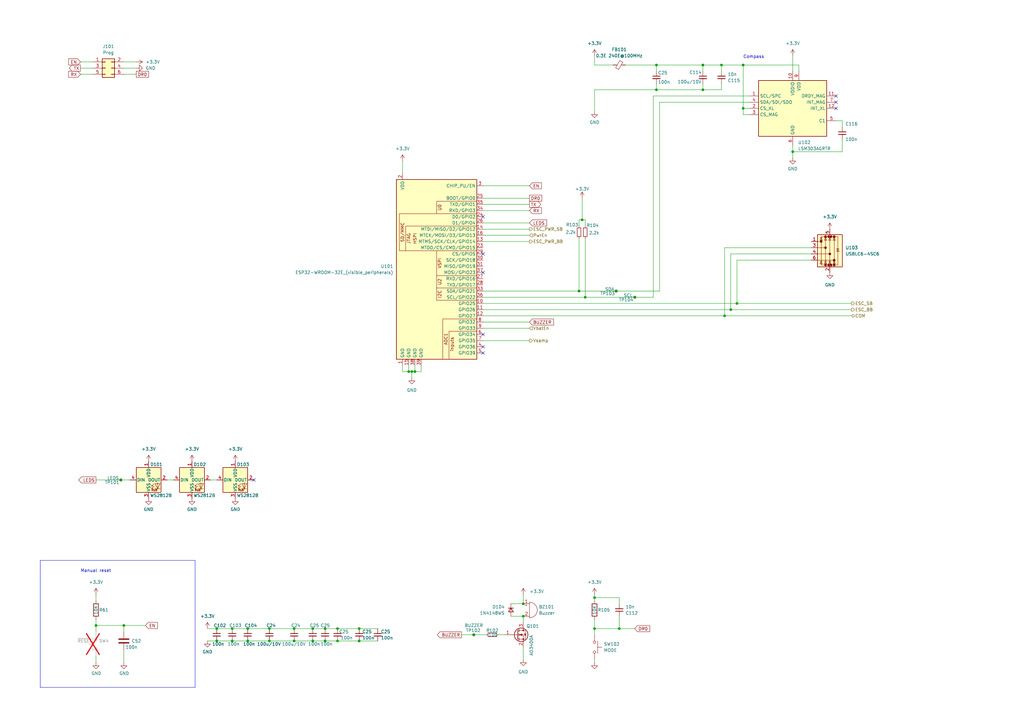
<source format=kicad_sch>
(kicad_sch (version 20241209) (generator "eeschema") (generator_version "9.0")
  (paper "A3")
  (lib_symbols
    (symbol "Airsupplies:ESP32-WROOM-32E_(visible_peripherals)"
      (property "Reference" "U" (at -12.7 40.64 0))
      (property "Value" "ESP32-WROOM-32E_(visible_peripherals)" (at -12.7 38.1 0))
      (symbol "ESP32-WROOM-32E_(visible_peripherals)_0_0"
        (text "SD/MMC" (at -13.97 15.24 900) (effects (font (size 1.27 1.27))))
        (text "inputs" (at 6.35 -33.655 900) (effects (font (size 1.27 1.27)) (justify left)))
        (pin no_connect line (at -19.05 3.81 0) (length 2.54) (hide yes) (name "NC") (number "17"))
        (pin no_connect line (at -19.05 1.27 0) (length 2.54) (hide yes) (name "NC") (number "18"))
        (pin no_connect line (at -19.05 -1.27 0) (length 2.54) (hide yes) (name "NC") (number "19"))
        (pin no_connect line (at -19.05 -3.81 0) (length 2.54) (hide yes) (name "NC") (number "20"))
        (pin no_connect line (at -19.05 -6.35 0) (length 2.54) (hide yes) (name "NC") (number "21"))
        (pin no_connect line (at -19.05 -8.89 0) (length 2.54) (hide yes) (name "NC") (number "22"))
        (pin power_in line (at -13.97 39.37 270) (length 2.54) (name "VDD") (number "2"))
        (pin power_in line (at -13.97 -39.37 90) (length 2.54) (name "GND") (number "1"))
        (pin input line (at 19.05 34.29 180) (length 2.54) (name "CHIP_PU/EN") (number "3"))
        (pin bidirectional line (at 19.05 29.21 180) (length 2.54) (name "BOOT/GPIO0") (number "25"))
        (pin bidirectional line (at 19.05 26.67 180) (length 2.54) (name "TXD/GPIO1") (number "35"))
        (pin bidirectional line (at 19.05 24.13 180) (length 2.54) (name "RXD/GPIO3") (number "34"))
        (pin bidirectional line (at 19.05 21.59 180) (length 2.54) (name "D0/GPIO2") (number "24"))
        (pin bidirectional line (at 19.05 19.05 180) (length 2.54) (name "D1/GPIO4") (number "26"))
        (pin bidirectional line (at 19.05 16.51 180) (length 2.54) (name "MTDI/MISO/D2/GPIO12") (number "14"))
        (pin bidirectional line (at 19.05 13.97 180) (length 2.54) (name "MTCK/MOSI/D3/GPIO13") (number "16"))
        (pin bidirectional line (at 19.05 11.43 180) (length 2.54) (name "MTMS/SCK/CLK/GPIO14") (number "13"))
        (pin bidirectional line (at 19.05 8.89 180) (length 2.54) (name "MTDO/CS/CMD/GPIO15") (number "23"))
        (pin bidirectional line (at 19.05 6.35 180) (length 2.54) (name "CS/GPIO5") (number "29"))
        (pin bidirectional line (at 19.05 3.81 180) (length 2.54) (name "SCK/GPIO18") (number "30"))
        (pin bidirectional line (at 19.05 1.27 180) (length 2.54) (name "MISO/GPIO19") (number "31"))
        (pin bidirectional line (at 19.05 -1.27 180) (length 2.54) (name "MOSI/GPIO23") (number "37"))
        (pin bidirectional line (at 19.05 -3.81 180) (length 2.54) (name "RXD/GPIO16") (number "27"))
        (pin bidirectional line (at 19.05 -6.35 180) (length 2.54) (name "TXD/GPIO17") (number "28"))
        (pin bidirectional line (at 19.05 -8.89 180) (length 2.54) (name "SDA/GPIO21") (number "33"))
        (pin bidirectional line (at 19.05 -11.43 180) (length 2.54) (name "SCL/GPIO22") (number "36"))
        (pin bidirectional line (at 19.05 -13.97 180) (length 2.54) (name "GPIO25") (number "10"))
        (pin bidirectional line (at 19.05 -16.51 180) (length 2.54) (name "GPIO26") (number "11"))
        (pin bidirectional line (at 19.05 -19.05 180) (length 2.54) (name "GPIO27") (number "12"))
        (pin bidirectional line (at 19.05 -21.59 180) (length 2.54) (name "GPIO32") (number "8"))
        (pin bidirectional line (at 19.05 -24.13 180) (length 2.54) (name "GPIO33") (number "9"))
        (pin input line (at 19.05 -26.67 180) (length 2.54) (name "GPIO34") (number "6"))
        (pin input line (at 19.05 -29.21 180) (length 2.54) (name "GPIO35") (number "7"))
        (pin input line (at 19.05 -31.75 180) (length 2.54) (name "GPIO36") (number "4"))
        (pin input line (at 19.05 -34.29 180) (length 2.54) (name "GPIO39") (number "5"))
      )
      (symbol "ESP32-WROOM-32E_(visible_peripherals)_0_1"
        (rectangle (start -16.51 36.83) (end 16.51 -36.83) (stroke (width 0.254)) (fill (type background)))
        (polyline (pts (xy 16.51 27.94) (xy 0 27.94) (xy 0 22.86)))
        (polyline (pts (xy 16.51 22.86) (xy -15.24 22.86) (xy -15.24 7.62) (xy 16.51 7.62)))
        (polyline (pts (xy 16.51 17.78) (xy -12.7 17.78) (xy -12.7 7.62)))
        (polyline (pts (xy 16.51 -2.54) (xy 0 -2.54)))
        (polyline (pts (xy 16.51 -7.62) (xy 0 -7.62)))
        (polyline (pts (xy 16.51 -12.7) (xy 0 -12.7) (xy 0 7.62)))
        (polyline (pts (xy 16.51 -20.32) (xy 2.54 -20.32) (xy 2.54 -36.83)))
        (polyline (pts (xy 16.51 -25.4) (xy 5.08 -25.4) (xy 5.08 -36.83)))
      )
      (symbol "ESP32-WROOM-32E_(visible_peripherals)_1_1"
        (text "JTAG" (at -11.43 12.7 900) (effects (font (size 1.27 1.27))))
        (text "HSPI" (at -8.89 12.7 900) (effects (font (size 1.27 1.27))))
        (text "U0" (at 1.27 25.4 900) (effects (font (size 1.27 1.27))))
        (text "VSPI" (at 1.27 2.54 900) (effects (font (size 1.27 1.27))))
        (text "U2" (at 1.27 -5.08 900) (effects (font (size 1.27 1.27))))
        (text "I2C" (at 1.27 -10.16 900) (effects (font (size 1.27 1.27))))
        (text "ADC1" (at 3.81 -28.575 900) (effects (font (size 1.27 1.27))))
        (pin no_connect line (at -19.05 -11.43 0) (length 2.54) (hide yes) (name "NC") (number "32"))
        (pin power_in line (at -11.43 -39.37 90) (length 2.54) (name "GND") (number "15"))
        (pin power_in line (at -8.89 -39.37 90) (length 2.54) (name "GND") (number "38"))
        (pin power_in line (at -6.35 -39.37 90) (length 2.54) (name "GND") (number "39"))
      )
    )
    (symbol "Connector:TestPoint_Small" (pin_numbers (hide yes)) (pin_names (offset 0.762) (hide yes))
      (property "Reference" "TP" (at 0 3.81 0))
      (property "Value" "TestPoint_Small" (at 0 2.032 0))
      (symbol "TestPoint_Small_0_1"
        (circle (center 0 0) (radius 0.508))
      )
      (symbol "TestPoint_Small_1_1"
        (pin passive line (at 0 0 90) (length 0) (name "1") (number "1"))
      )
    )
    (symbol "Connector_Generic:Conn_02x03_Odd_Even" (pin_names (offset 1.016) (hide yes))
      (property "Reference" "J" (at 1.27 5.08 0))
      (property "Value" "Conn_02x03_Odd_Even" (at 1.27 -5.08 0))
      (symbol "Conn_02x03_Odd_Even_1_1"
        (rectangle (start -1.27 3.81) (end 3.81 -3.81) (stroke (width 0.254)) (fill (type background)))
        (rectangle (start -1.27 2.667) (end 0 2.413) (stroke (width 0.1524)))
        (rectangle (start -1.27 0.127) (end 0 -0.127) (stroke (width 0.1524)))
        (rectangle (start -1.27 -2.413) (end 0 -2.667) (stroke (width 0.1524)))
        (rectangle (start 3.81 2.667) (end 2.54 2.413) (stroke (width 0.1524)))
        (rectangle (start 3.81 0.127) (end 2.54 -0.127) (stroke (width 0.1524)))
        (rectangle (start 3.81 -2.413) (end 2.54 -2.667) (stroke (width 0.1524)))
        (pin passive line (at -5.08 2.54 0) (length 3.81) (name "Pin_1") (number "1"))
        (pin passive line (at -5.08 0 0) (length 3.81) (name "Pin_3") (number "3"))
        (pin passive line (at -5.08 -2.54 0) (length 3.81) (name "Pin_5") (number "5"))
        (pin passive line (at 7.62 2.54 180) (length 3.81) (name "Pin_2") (number "2"))
        (pin passive line (at 7.62 0 180) (length 3.81) (name "Pin_4") (number "4"))
        (pin passive line (at 7.62 -2.54 180) (length 3.81) (name "Pin_6") (number "6"))
      )
    )
    (symbol "Device:Buzzer" (pin_names (offset 0.0254) (hide yes))
      (property "Reference" "BZ" (at 3.81 1.27 0))
      (property "Value" "Buzzer" (at 3.81 -1.27 0))
      (symbol "Buzzer_0_1"
        (polyline (pts (xy -1.651 1.905) (xy -1.143 1.905)))
        (polyline (pts (xy -1.397 2.159) (xy -1.397 1.651)))
        (arc (start 0 3.175) (mid 3.1612 0) (end 0 -3.175))
        (polyline (pts (xy 0 3.175) (xy 0 -3.175)))
      )
      (symbol "Buzzer_1_1"
        (pin passive line (at -2.54 2.54 0) (length 2.54) (name "+") (number "1"))
        (pin passive line (at -2.54 -2.54 0) (length 2.54) (name "-") (number "2"))
      )
    )
    (symbol "Device:C" (pin_numbers (hide yes)) (pin_names (offset 0.254))
      (property "Reference" "C" (at 0.635 2.54 0))
      (property "Value" "C" (at 0.635 -2.54 0))
      (symbol "C_0_1"
        (polyline (pts (xy -2.032 0.762) (xy 2.032 0.762)) (stroke (width 0.508)))
        (polyline (pts (xy -2.032 -0.762) (xy 2.032 -0.762)) (stroke (width 0.508)))
      )
      (symbol "C_1_1"
        (pin passive line (at 0 3.81 270) (length 2.794) (name "~") (number "1"))
        (pin passive line (at 0 -3.81 90) (length 2.794) (name "~") (number "2"))
      )
    )
    (symbol "Device:C_Small" (pin_numbers (hide yes)) (pin_names (offset 0.254) (hide yes))
      (property "Reference" "C" (at 0.254 1.778 0))
      (property "Value" "C_Small" (at 0.254 -2.032 0))
      (symbol "C_Small_0_1"
        (polyline (pts (xy -1.524 0.508) (xy 1.524 0.508)) (stroke (width 0.3048)))
        (polyline (pts (xy -1.524 -0.508) (xy 1.524 -0.508)) (stroke (width 0.3302)))
      )
      (symbol "C_Small_1_1"
        (pin passive line (at 0 2.54 270) (length 2.032) (name "~") (number "1"))
        (pin passive line (at 0 -2.54 90) (length 2.032) (name "~") (number "2"))
      )
    )
    (symbol "Device:D_Small" (pin_numbers (hide yes)) (pin_names (offset 0.254) (hide yes))
      (property "Reference" "D" (at -1.27 2.032 0))
      (property "Value" "D_Small" (at -3.81 -2.032 0))
      (symbol "D_Small_0_1"
        (polyline (pts (xy -0.762 0) (xy 0.762 0)))
        (polyline (pts (xy -0.762 -1.016) (xy -0.762 1.016)) (stroke (width 0.254)))
        (polyline (pts (xy 0.762 -1.016) (xy -0.762 0) (xy 0.762 1.016) (xy 0.762 -1.016)) (stroke (width 0.254)))
      )
      (symbol "D_Small_1_1"
        (pin passive line (at -2.54 0 0) (length 1.778) (name "K") (number "1"))
        (pin passive line (at 2.54 0 180) (length 1.778) (name "A") (number "2"))
      )
    )
    (symbol "Device:FerriteBead_Small" (pin_numbers (hide yes)) (pin_names (offset 0))
      (property "Reference" "FB" (at 1.905 1.27 0))
      (property "Value" "FerriteBead_Small" (at 1.905 -1.27 0))
      (symbol "FerriteBead_Small_0_1"
        (polyline (pts (xy -1.8288 0.2794) (xy -1.1176 1.4986) (xy 1.8288 -0.2032) (xy 1.1176 -1.4224) (xy -1.8288 0.2794)))
        (polyline (pts (xy 0 0.889) (xy 0 1.2954)))
        (polyline (pts (xy 0 -1.27) (xy 0 -0.7874)))
      )
      (symbol "FerriteBead_Small_1_1"
        (pin passive line (at 0 2.54 270) (length 1.27) (name "~") (number "1"))
        (pin passive line (at 0 -2.54 90) (length 1.27) (name "~") (number "2"))
      )
    )
    (symbol "Device:R" (pin_numbers (hide yes)) (pin_names (offset 0))
      (property "Reference" "R" (at 2.032 0 90))
      (property "Value" "R" (at 0 0 90))
      (symbol "R_0_1"
        (rectangle (start -1.016 -2.54) (end 1.016 2.54) (stroke (width 0.254)))
      )
      (symbol "R_1_1"
        (pin passive line (at 0 3.81 270) (length 1.27) (name "~") (number "1"))
        (pin passive line (at 0 -3.81 90) (length 1.27) (name "~") (number "2"))
      )
    )
    (symbol "Device:R_Small" (pin_numbers (hide yes)) (pin_names (offset 0.254) (hide yes))
      (property "Reference" "R" (at 0.762 0.508 0))
      (property "Value" "R_Small" (at 0.762 -1.016 0))
      (symbol "R_Small_0_1"
        (rectangle (start -0.762 1.778) (end 0.762 -1.778) (stroke (width 0.2032)))
      )
      (symbol "R_Small_1_1"
        (pin passive line (at 0 2.54 270) (length 0.762) (name "~") (number "1"))
        (pin passive line (at 0 -2.54 90) (length 0.762) (name "~") (number "2"))
      )
    )
    (symbol "LED:WS2812B" (pin_names (offset 0.254))
      (property "Reference" "D" (at 5.08 5.715 0))
      (property "Value" "WS2812B" (at 1.27 -5.715 0))
      (symbol "WS2812B_0_0"
        (text "RGB" (at 2.286 -4.191 0) (effects (font (size 0.762 0.762))))
      )
      (symbol "WS2812B_0_1"
        (polyline (pts (xy 1.27 -2.54) (xy 1.778 -2.54)))
        (polyline (pts (xy 1.27 -3.556) (xy 1.778 -3.556)))
        (polyline (pts (xy 2.286 -1.524) (xy 1.27 -2.54) (xy 1.27 -2.032)))
        (polyline (pts (xy 2.286 -2.54) (xy 1.27 -3.556) (xy 1.27 -3.048)))
        (polyline (pts (xy 3.683 -1.016) (xy 3.683 -3.556) (xy 3.683 -4.064)))
        (polyline (pts (xy 4.699 -1.524) (xy 2.667 -1.524) (xy 3.683 -3.556) (xy 4.699 -1.524)))
        (polyline (pts (xy 4.699 -3.556) (xy 2.667 -3.556)))
        (rectangle (start 5.08 5.08) (end -5.08 -5.08) (stroke (width 0.254)) (fill (type background)))
      )
      (symbol "WS2812B_1_1"
        (pin input line (at -7.62 0 0) (length 2.54) (name "DIN") (number "4"))
        (pin power_in line (at 0 7.62 270) (length 2.54) (name "VDD") (number "1"))
        (pin power_in line (at 0 -7.62 90) (length 2.54) (name "VSS") (number "3"))
        (pin output line (at 7.62 0 180) (length 2.54) (name "DOUT") (number "2"))
      )
    )
    (symbol "Power_Protection:USBLC6-4SC6" (pin_names (hide yes))
      (property "Reference" "U" (at 1.27 9.525 0))
      (property "Value" "USBLC6-4SC6" (at 1.27 6.985 0))
      (symbol "USBLC6-4SC6_0_0"
        (circle (center -3.556 2.54) (radius 0.0001) (stroke (width 0.508)))
        (circle (center -1.778 4.572) (radius 0.0001) (stroke (width 0.508)))
        (circle (center -1.778 0) (radius 0.0001) (stroke (width 0.508)))
        (circle (center -1.778 -7.112) (radius 0.0001) (stroke (width 0.508)))
        (circle (center -0.508 4.572) (radius 0.0001) (stroke (width 0.508)))
        (circle (center -0.508 -7.112) (radius 0.0001) (stroke (width 0.508)))
        (circle (center 0 -2.54) (radius 0.0001) (stroke (width 0.508)))
        (circle (center 0.508 4.572) (radius 0.0001) (stroke (width 0.508)))
        (circle (center 0.508 -7.112) (radius 0.0001) (stroke (width 0.508)))
        (circle (center 1.778 4.572) (radius 0.0001) (stroke (width 0.508)))
        (circle (center 1.778 -5.08) (radius 0.0001) (stroke (width 0.508)))
        (circle (center 1.778 -7.112) (radius 0.0001) (stroke (width 0.508)))
      )
      (symbol "USBLC6-4SC6_0_1"
        (polyline (pts (xy -5.08 2.54) (xy -3.556 2.54)))
        (polyline (pts (xy -5.08 0) (xy -1.778 0)))
        (polyline (pts (xy -5.08 -2.54) (xy 0 -2.54)))
        (polyline (pts (xy -5.08 -5.08) (xy 1.778 -5.08)))
        (polyline (pts (xy -4.064 3.048) (xy -3.048 3.048) (xy -3.556 4.064) (xy -4.064 3.048)))
        (polyline (pts (xy -4.064 -5.588) (xy -3.048 -5.588)))
        (polyline (pts (xy -3.048 4.064) (xy -4.064 4.064)))
        (polyline (pts (xy -3.048 -6.604) (xy -4.064 -6.604) (xy -3.556 -5.588) (xy -3.048 -6.604)))
        (polyline (pts (xy -2.286 4.064) (xy -1.27 4.064)))
        (polyline (pts (xy -2.286 -5.588) (xy -1.27 -5.588)))
        (polyline (pts (xy -1.27 3.048) (xy -2.286 3.048) (xy -1.778 4.064) (xy -1.27 3.048)))
        (polyline (pts (xy -1.27 -6.604) (xy -2.286 -6.604) (xy -1.778 -5.588) (xy -1.27 -6.604)))
        (polyline (pts (xy -0.508 3.048) (xy 0.508 3.048) (xy 0 4.064) (xy -0.508 3.048)))
        (polyline (pts (xy -0.508 -5.588) (xy 0.508 -5.588)))
        (polyline (pts (xy -0.508 -6.604) (xy 0.508 -6.604) (xy 0 -5.588) (xy -0.508 -6.604)))
        (polyline (pts (xy 0 5.08) (xy 0.508 4.572)))
        (polyline (pts (xy 0.508 4.064) (xy -0.508 4.064)))
        (polyline (pts (xy 0.508 -7.112) (xy -0.508 -7.112)))
        (polyline (pts (xy 1.27 4.064) (xy 2.286 4.064)))
        (polyline (pts (xy 1.27 -6.604) (xy 2.286 -6.604) (xy 1.778 -5.588) (xy 1.27 -6.604)))
        (polyline (pts (xy 1.778 4.572) (xy 3.302 4.572) (xy 3.302 -7.112) (xy 1.778 -7.112)))
        (polyline (pts (xy 2.286 3.048) (xy 1.27 3.048) (xy 1.778 4.064) (xy 2.286 3.048)))
        (polyline (pts (xy 2.286 -5.588) (xy 1.27 -5.588)))
        (polyline (pts (xy 2.794 -0.762) (xy 2.794 -0.381) (xy 3.81 -0.381)))
        (polyline (pts (xy 3.81 -1.524) (xy 2.794 -1.524) (xy 3.302 -0.508) (xy 3.81 -1.524)))
      )
      (symbol "USBLC6-4SC6_1_1"
        (rectangle (start -5.08 5.334) (end 5.08 -7.874) (stroke (width 0.254)) (fill (type background)))
        (polyline (pts (xy -1.778 4.572) (xy -3.556 4.572) (xy -3.556 -7.112) (xy -1.778 -7.112)))
        (polyline (pts (xy -0.508 4.572) (xy 1.778 4.572) (xy 1.778 -7.112) (xy 0.508 -7.112)))
        (polyline (pts (xy 0 -7.62) (xy -0.508 -7.112) (xy -1.778 -7.112) (xy -1.778 4.572) (xy -0.508 4.572)))
        (polyline (pts (xy 0.508 -7.112) (xy 0 -6.604) (xy 0 4.064) (xy -0.508 4.572)))
        (pin passive line (at -7.62 2.54 0) (length 2.54) (name "I/O1") (number "1"))
        (pin passive line (at -7.62 0 0) (length 2.54) (name "I/O2") (number "3"))
        (pin passive line (at -7.62 -2.54 0) (length 2.54) (name "I/O3") (number "4"))
        (pin passive line (at -7.62 -5.08 0) (length 2.54) (name "I/O4") (number "6"))
        (pin passive line (at 0 7.62 270) (length 2.54) (name "VBUS") (number "5"))
        (pin passive line (at 0 -10.16 90) (length 2.54) (name "GND") (number "2"))
      )
    )
    (symbol "Sensor_Motion:LSM303C"
      (property "Reference" "U" (at -11.43 15.24 0))
      (property "Value" "LSM303C" (at -5.08 13.97 0))
      (symbol "LSM303C_0_1"
        (rectangle (start 13.97 11.43) (end -13.97 -11.43) (stroke (width 0.254)) (fill (type background)))
      )
      (symbol "LSM303C_1_1"
        (pin input line (at -17.78 5.08 0) (length 3.81) (name "SCL/SPC") (number "1"))
        (pin bidirectional line (at -17.78 2.54 0) (length 3.81) (name "SDA/SDI/SDO") (number "4"))
        (pin input line (at -17.78 0 0) (length 3.81) (name "CS_XL") (number "2"))
        (pin input line (at -17.78 -2.54 0) (length 3.81) (name "CS_MAG") (number "3"))
        (pin power_in line (at 0 15.24 270) (length 3.81) (name "VDDIO") (number "10"))
        (pin power_in line (at 0 -15.24 90) (length 3.81) (name "GND") (number "6"))
        (pin passive line (at 0 -15.24 90) (length 3.81) (hide yes) (name "GND") (number "8"))
        (pin power_in line (at 2.54 15.24 270) (length 3.81) (name "VDD") (number "9"))
        (pin output line (at 17.78 5.08 180) (length 3.81) (name "DRDY_MAG") (number "11"))
        (pin output line (at 17.78 2.54 180) (length 3.81) (name "INT_MAG") (number "7"))
        (pin output line (at 17.78 0 180) (length 3.81) (name "INT_XL") (number "12"))
        (pin passive line (at 17.78 -5.08 180) (length 3.81) (name "C1") (number "5"))
      )
    )
    (symbol "Switch:SW_Push" (pin_numbers (hide yes)) (pin_names (offset 1.016) (hide yes))
      (property "Reference" "SW" (at 1.27 2.54 0))
      (property "Value" "SW_Push" (at 0 -1.524 0))
      (symbol "SW_Push_0_1"
        (circle (center -2.032 0) (radius 0.508))
        (polyline (pts (xy 0 1.27) (xy 0 3.048)))
        (circle (center 2.032 0) (radius 0.508))
        (polyline (pts (xy 2.54 1.27) (xy -2.54 1.27)))
        (pin passive line (at -5.08 0 0) (length 2.54) (name "1") (number "1"))
        (pin passive line (at 5.08 0 180) (length 2.54) (name "2") (number "2"))
      )
    )
    (symbol "Transistor_FET:2N7002" (pin_names (hide yes))
      (property "Reference" "Q" (at 5.08 1.905 0))
      (property "Value" "2N7002" (at 5.08 0 0))
      (symbol "2N7002_0_1"
        (polyline (pts (xy 0.254 1.905) (xy 0.254 -1.905)) (stroke (width 0.254)))
        (polyline (pts (xy 0.254 0) (xy -2.54 0)))
        (polyline (pts (xy 0.762 2.286) (xy 0.762 1.27)) (stroke (width 0.254)))
        (polyline (pts (xy 0.762 0.508) (xy 0.762 -0.508)) (stroke (width 0.254)))
        (polyline (pts (xy 0.762 -1.27) (xy 0.762 -2.286)) (stroke (width 0.254)))
        (polyline (pts (xy 0.762 -1.778) (xy 3.302 -1.778) (xy 3.302 1.778) (xy 0.762 1.778)))
        (polyline (pts (xy 1.016 0) (xy 2.032 0.381) (xy 2.032 -0.381) (xy 1.016 0)) (fill (type outline)))
        (circle (center 1.651 0) (radius 2.794) (stroke (width 0.254)))
        (polyline (pts (xy 2.54 2.54) (xy 2.54 1.778)))
        (circle (center 2.54 1.778) (radius 0.254) (fill (type outline)))
        (circle (center 2.54 -1.778) (radius 0.254) (fill (type outline)))
        (polyline (pts (xy 2.54 -2.54) (xy 2.54 0) (xy 0.762 0)))
        (polyline (pts (xy 2.794 0.508) (xy 2.921 0.381) (xy 3.683 0.381) (xy 3.81 0.254)))
        (polyline (pts (xy 3.302 0.381) (xy 2.921 -0.254) (xy 3.683 -0.254) (xy 3.302 0.381)))
      )
      (symbol "2N7002_1_1"
        (pin input line (at -5.08 0 0) (length 2.54) (name "G") (number "1"))
        (pin passive line (at 2.54 5.08 270) (length 2.54) (name "D") (number "3"))
        (pin passive line (at 2.54 -5.08 90) (length 2.54) (name "S") (number "2"))
      )
    )
    (symbol "power:+3.3V" (power) (pin_names (offset 0))
      (property "Value" "+3.3V" (at 0 3.556 0))
      (symbol "+3.3V_0_1"
        (polyline (pts (xy -0.762 1.27) (xy 0 2.54)))
        (polyline (pts (xy 0 2.54) (xy 0.762 1.27)))
        (polyline (pts (xy 0 0) (xy 0 2.54)))
      )
      (symbol "+3.3V_1_1"
        (pin power_in line (at 0 0 90) (length 0) (hide yes) (name "+3.3V") (number "1"))
      )
    )
    (symbol "power:+5V" (power) (pin_names (offset 0))
      (property "Value" "+5V" (at 0 3.556 0))
      (symbol "+5V_0_1"
        (polyline (pts (xy -0.762 1.27) (xy 0 2.54)))
        (polyline (pts (xy 0 2.54) (xy 0.762 1.27)))
        (polyline (pts (xy 0 0) (xy 0 2.54)))
      )
      (symbol "+5V_1_1"
        (pin power_in line (at 0 0 90) (length 0) (hide yes) (name "+5V") (number "1"))
      )
    )
    (symbol "power:GND" (power) (pin_names (offset 0))
      (property "Value" "GND" (at 0 -3.81 0))
      (symbol "GND_0_1"
        (polyline (pts (xy 0 0) (xy 0 -1.27) (xy 1.27 -1.27) (xy 0 -2.54) (xy -1.27 -1.27) (xy 0 -1.27)))
      )
      (symbol "GND_1_1"
        (pin power_in line (at 0 0 270) (length 0) (hide yes) (name "GND") (number "1"))
      )
    )
  )
  (text "Compass" (at 304.8 24.13 0) (effects (font (size 1.27 1.27)) (justify left bottom)))
  (text "Manual reset" (at 33.02 234.95 0) (effects (font (size 1.27 1.27)) (justify left bottom)))
  (junction (at 128.27 262.89))
  (junction (at 269.24 26.67))
  (junction (at 138.43 257.81))
  (junction (at 254 257.81))
  (junction (at 243.84 257.81))
  (junction (at 128.27 257.81))
  (junction (at 39.37 256.54))
  (junction (at 288.29 26.67))
  (junction (at 297.18 129.54))
  (junction (at 120.65 262.89))
  (junction (at 167.64 152.4))
  (junction (at 101.6 257.81))
  (junction (at 214.63 252.73))
  (junction (at 304.8 26.67))
  (junction (at 243.84 245.11))
  (junction (at 133.35 257.81))
  (junction (at 133.35 262.89))
  (junction (at 110.49 257.81))
  (junction (at 138.43 262.89))
  (junction (at 170.18 152.4))
  (junction (at 101.6 262.89))
  (junction (at 49.53 196.85))
  (junction (at 302.26 124.46))
  (junction (at 240.03 121.92))
  (junction (at 260.35 121.92))
  (junction (at 50.8 256.54))
  (junction (at 88.9 257.81))
  (junction (at 269.24 36.83))
  (junction (at 304.8 44.45))
  (junction (at 238.76 90.17))
  (junction (at 120.65 257.81))
  (junction (at 147.32 262.89))
  (junction (at 88.9 262.89))
  (junction (at 214.63 247.65))
  (junction (at 110.49 262.89))
  (junction (at 325.12 62.23))
  (junction (at 237.49 119.38))
  (junction (at 147.32 257.81))
  (junction (at 168.91 152.4))
  (junction (at 194.31 260.35))
  (junction (at 288.29 36.83))
  (junction (at 252.73 119.38))
  (junction (at 295.91 26.67))
  (junction (at 95.25 257.81))
  (junction (at 299.72 127))
  (junction (at 95.25 262.89))
  (no_connect (at 198.12 142.24))
  (no_connect (at 198.12 144.78))
  (no_connect (at 198.12 104.14))
  (no_connect (at 342.9 41.91))
  (no_connect (at 104.14 196.85))
  (no_connect (at 342.9 44.45))
  (no_connect (at 198.12 137.16))
  (no_connect (at 342.9 39.37))
  (no_connect (at 198.12 88.9))
  (no_connect (at 198.12 111.76))
  (wire (pts (xy 209.55 252.73) (xy 214.63 252.73)))
  (wire (pts (xy 295.91 26.67) (xy 304.8 26.67)))
  (wire (pts (xy 252.73 119.38) (xy 270.51 119.38)))
  (wire (pts (xy 88.9 257.81) (xy 95.25 257.81)))
  (wire (pts (xy 85.09 257.81) (xy 88.9 257.81)))
  (wire (pts (xy 240.03 121.92) (xy 260.35 121.92)))
  (wire (pts (xy 68.58 196.85) (xy 71.12 196.85)))
  (wire (pts (xy 256.54 26.67) (xy 269.24 26.67)))
  (wire (pts (xy 168.91 152.4) (xy 168.91 154.94)))
  (wire (pts (xy 243.84 257.81) (xy 254 257.81)))
  (wire (pts (xy 238.76 81.28) (xy 238.76 90.17)))
  (wire (pts (xy 39.37 196.85) (xy 49.53 196.85)))
  (wire (pts (xy 120.65 262.89) (xy 128.27 262.89)))
  (wire (pts (xy 168.91 152.4) (xy 170.18 152.4)))
  (wire (pts (xy 304.8 46.99) (xy 307.34 46.99)))
  (polyline (pts (xy 16.51 229.87) (xy 80.01 229.87)))
  (wire (pts (xy 138.43 257.81) (xy 147.32 257.81)))
  (wire (pts (xy 288.29 26.67) (xy 288.29 29.21)))
  (wire (pts (xy 88.9 262.89) (xy 95.25 262.89)))
  (wire (pts (xy 214.63 270.51) (xy 214.63 265.43)))
  (wire (pts (xy 243.84 26.67) (xy 243.84 22.86)))
  (wire (pts (xy 194.31 260.35) (xy 199.39 260.35)))
  (wire (pts (xy 238.76 90.17) (xy 240.03 90.17)))
  (wire (pts (xy 299.72 104.14) (xy 299.72 127)))
  (wire (pts (xy 269.24 36.83) (xy 269.24 34.29)))
  (wire (pts (xy 55.88 30.48) (xy 50.8 30.48)))
  (wire (pts (xy 133.35 262.89) (xy 138.43 262.89)))
  (wire (pts (xy 214.63 252.73) (xy 214.63 255.27)))
  (wire (pts (xy 243.84 36.83) (xy 243.84 45.72)))
  (wire (pts (xy 325.12 62.23) (xy 325.12 59.69)))
  (wire (pts (xy 295.91 34.29) (xy 295.91 36.83)))
  (wire (pts (xy 198.12 96.52) (xy 217.17 96.52)))
  (wire (pts (xy 170.18 152.4) (xy 172.72 152.4)))
  (wire (pts (xy 243.84 245.11) (xy 254 245.11)))
  (wire (pts (xy 345.44 57.15) (xy 345.44 62.23)))
  (wire (pts (xy 243.84 245.11) (xy 243.84 246.38)))
  (wire (pts (xy 288.29 36.83) (xy 295.91 36.83)))
  (wire (pts (xy 39.37 254) (xy 39.37 256.54)))
  (wire (pts (xy 243.84 36.83) (xy 269.24 36.83)))
  (wire (pts (xy 33.02 25.4) (xy 38.1 25.4)))
  (wire (pts (xy 165.1 66.04) (xy 165.1 71.12)))
  (wire (pts (xy 198.12 81.28) (xy 217.17 81.28)))
  (wire (pts (xy 101.6 257.81) (xy 110.49 257.81)))
  (wire (pts (xy 39.37 256.54) (xy 50.8 256.54)))
  (wire (pts (xy 189.23 260.35) (xy 194.31 260.35)))
  (wire (pts (xy 297.18 129.54) (xy 349.25 129.54)))
  (wire (pts (xy 342.9 49.53) (xy 345.44 49.53)))
  (wire (pts (xy 251.46 26.67) (xy 243.84 26.67)))
  (wire (pts (xy 345.44 49.53) (xy 345.44 52.07)))
  (wire (pts (xy 133.35 257.81) (xy 138.43 257.81)))
  (wire (pts (xy 95.25 262.89) (xy 101.6 262.89)))
  (wire (pts (xy 269.24 36.83) (xy 288.29 36.83)))
  (wire (pts (xy 345.44 62.23) (xy 325.12 62.23)))
  (wire (pts (xy 240.03 97.79) (xy 240.03 121.92)))
  (wire (pts (xy 288.29 34.29) (xy 288.29 36.83)))
  (wire (pts (xy 325.12 64.77) (xy 325.12 62.23)))
  (wire (pts (xy 217.17 99.06) (xy 198.12 99.06)))
  (wire (pts (xy 33.02 30.48) (xy 38.1 30.48)))
  (wire (pts (xy 165.1 152.4) (xy 165.1 149.86)))
  (wire (pts (xy 110.49 262.89) (xy 120.65 262.89)))
  (wire (pts (xy 128.27 257.81) (xy 133.35 257.81)))
  (wire (pts (xy 254 252.73) (xy 254 257.81)))
  (wire (pts (xy 198.12 134.62) (xy 217.17 134.62)))
  (wire (pts (xy 39.37 259.08) (xy 39.37 256.54)))
  (wire (pts (xy 198.12 119.38) (xy 237.49 119.38)))
  (wire (pts (xy 198.12 124.46) (xy 302.26 124.46)))
  (wire (pts (xy 302.26 124.46) (xy 349.25 124.46)))
  (wire (pts (xy 237.49 119.38) (xy 252.73 119.38)))
  (wire (pts (xy 243.84 254) (xy 243.84 257.81)))
  (wire (pts (xy 325.12 22.86) (xy 325.12 29.21)))
  (wire (pts (xy 50.8 256.54) (xy 50.8 259.08)))
  (wire (pts (xy 101.6 262.89) (xy 110.49 262.89)))
  (wire (pts (xy 269.24 26.67) (xy 288.29 26.67)))
  (wire (pts (xy 33.02 27.94) (xy 38.1 27.94)))
  (wire (pts (xy 214.63 243.84) (xy 214.63 247.65)))
  (wire (pts (xy 85.09 262.89) (xy 88.9 262.89)))
  (wire (pts (xy 170.18 152.4) (xy 170.18 149.86)))
  (wire (pts (xy 302.26 106.68) (xy 332.74 106.68)))
  (wire (pts (xy 267.97 39.37) (xy 307.34 39.37)))
  (wire (pts (xy 110.49 257.81) (xy 120.65 257.81)))
  (wire (pts (xy 128.27 262.89) (xy 133.35 262.89)))
  (wire (pts (xy 86.36 196.85) (xy 88.9 196.85)))
  (wire (pts (xy 209.55 247.65) (xy 214.63 247.65)))
  (wire (pts (xy 327.66 29.21) (xy 327.66 26.67)))
  (wire (pts (xy 39.37 243.84) (xy 39.37 246.38)))
  (wire (pts (xy 147.32 262.89) (xy 154.94 262.89)))
  (polyline (pts (xy 80.01 281.94) (xy 16.51 281.94)))
  (wire (pts (xy 243.84 243.84) (xy 243.84 245.11)))
  (wire (pts (xy 297.18 101.6) (xy 297.18 129.54)))
  (wire (pts (xy 49.53 196.85) (xy 53.34 196.85)))
  (wire (pts (xy 288.29 26.67) (xy 295.91 26.67)))
  (wire (pts (xy 302.26 106.68) (xy 302.26 124.46)))
  (wire (pts (xy 198.12 132.08) (xy 217.17 132.08)))
  (wire (pts (xy 270.51 119.38) (xy 270.51 41.91)))
  (wire (pts (xy 332.74 101.6) (xy 297.18 101.6)))
  (wire (pts (xy 243.84 270.51) (xy 243.84 271.78)))
  (wire (pts (xy 165.1 152.4) (xy 167.64 152.4)))
  (polyline (pts (xy 16.51 281.94) (xy 16.51 229.87)))
  (wire (pts (xy 167.64 152.4) (xy 168.91 152.4)))
  (wire (pts (xy 237.49 90.17) (xy 238.76 90.17)))
  (wire (pts (xy 269.24 26.67) (xy 269.24 29.21)))
  (wire (pts (xy 254 257.81) (xy 260.35 257.81)))
  (wire (pts (xy 240.03 90.17) (xy 240.03 92.71)))
  (wire (pts (xy 304.8 26.67) (xy 327.66 26.67)))
  (wire (pts (xy 237.49 90.17) (xy 237.49 92.71)))
  (wire (pts (xy 147.32 257.81) (xy 154.94 257.81)))
  (wire (pts (xy 50.8 266.7) (xy 50.8 271.78)))
  (wire (pts (xy 304.8 44.45) (xy 304.8 46.99)))
  (polyline (pts (xy 80.01 229.87) (xy 80.01 281.94)))
  (wire (pts (xy 198.12 91.44) (xy 217.17 91.44)))
  (wire (pts (xy 50.8 256.54) (xy 59.69 256.54)))
  (wire (pts (xy 299.72 127) (xy 349.25 127)))
  (wire (pts (xy 295.91 26.67) (xy 295.91 29.21)))
  (wire (pts (xy 254 245.11) (xy 254 247.65)))
  (wire (pts (xy 299.72 104.14) (xy 332.74 104.14)))
  (wire (pts (xy 198.12 127) (xy 299.72 127)))
  (wire (pts (xy 55.88 27.94) (xy 50.8 27.94)))
  (wire (pts (xy 95.25 257.81) (xy 101.6 257.81)))
  (wire (pts (xy 270.51 41.91) (xy 307.34 41.91)))
  (wire (pts (xy 39.37 271.78) (xy 39.37 269.24)))
  (wire (pts (xy 217.17 86.36) (xy 198.12 86.36)))
  (wire (pts (xy 138.43 262.89) (xy 147.32 262.89)))
  (wire (pts (xy 237.49 97.79) (xy 237.49 119.38)))
  (wire (pts (xy 217.17 83.82) (xy 198.12 83.82)))
  (wire (pts (xy 217.17 76.2) (xy 198.12 76.2)))
  (wire (pts (xy 55.88 25.4) (xy 50.8 25.4)))
  (wire (pts (xy 217.17 93.98) (xy 198.12 93.98)))
  (wire (pts (xy 267.97 39.37) (xy 267.97 121.92)))
  (wire (pts (xy 172.72 149.86) (xy 172.72 152.4)))
  (wire (pts (xy 167.64 149.86) (xy 167.64 152.4)))
  (wire (pts (xy 198.12 121.92) (xy 240.03 121.92)))
  (wire (pts (xy 260.35 121.92) (xy 267.97 121.92)))
  (wire (pts (xy 120.65 257.81) (xy 128.27 257.81)))
  (wire (pts (xy 217.17 139.7) (xy 198.12 139.7)))
  (wire (pts (xy 204.47 260.35) (xy 207.01 260.35)))
  (wire (pts (xy 243.84 257.81) (xy 243.84 260.35)))
  (wire (pts (xy 307.34 44.45) (xy 304.8 44.45)))
  (wire (pts (xy 198.12 129.54) (xy 297.18 129.54)))
  (wire (pts (xy 304.8 26.67) (xy 304.8 44.45)))
  (global_label "BUZZER" (shape input) (at 217.17 132.08 0) (property "Intersheetrefs" "${INTERSHEET_REFS}" (effects (hide yes))))
  (global_label "TX" (shape output) (at 33.02 27.94 180) (property "Intersheetrefs" "${INTERSHEET_REFS}" (effects (hide yes))))
  (global_label "DR0" (shape input) (at 260.35 257.81 0) (property "Intersheetrefs" "${INTERSHEET_REFS}" (effects (hide yes))))
  (global_label "EN" (shape input) (at 59.69 256.54 0) (property "Intersheetrefs" "${INTERSHEET_REFS}" (effects (hide yes))))
  (global_label "BUZZER" (shape output) (at 189.23 260.35 180) (property "Intersheetrefs" "${INTERSHEET_REFS}" (effects (hide yes))))
  (global_label "TX" (shape output) (at 217.17 83.82 0) (property "Intersheetrefs" "${INTERSHEET_REFS}" (effects (hide yes))))
  (global_label "EN" (shape input) (at 217.17 76.2 0) (property "Intersheetrefs" "${INTERSHEET_REFS}" (effects (hide yes))))
  (global_label "RX" (shape input) (at 33.02 30.48 180) (property "Intersheetrefs" "${INTERSHEET_REFS}" (effects (hide yes))))
  (global_label "EN" (shape input) (at 33.02 25.4 180) (property "Intersheetrefs" "${INTERSHEET_REFS}" (effects (hide yes))))
  (global_label "LEDS" (shape output) (at 39.37 196.85 180) (property "Intersheetrefs" "${INTERSHEET_REFS}" (effects (hide yes))))
  (global_label "RX" (shape input) (at 217.17 86.36 0) (property "Intersheetrefs" "${INTERSHEET_REFS}" (effects (hide yes))))
  (global_label "DR0" (shape passive) (at 217.17 81.28 0) (property "Intersheetrefs" "${INTERSHEET_REFS}" (effects (hide yes))))
  (global_label "DR0" (shape passive) (at 55.88 30.48 0) (property "Intersheetrefs" "${INTERSHEET_REFS}" (effects (hide yes))))
  (global_label "LEDS" (shape input) (at 217.17 91.44 0) (property "Intersheetrefs" "${INTERSHEET_REFS}" (effects (hide yes))))
  (hierarchical_label "ESC_PWR_BB" (shape output) (at 217.17 99.06 0))
  (hierarchical_label "VbatEn" (shape input) (at 217.17 134.62 0))
  (hierarchical_label "COM" (shape bidirectional) (at 349.25 129.54 0))
  (hierarchical_label "Vsamp" (shape output) (at 217.17 139.7 0))
  (hierarchical_label "ESC_SB" (shape output) (at 349.25 124.46 0))
  (hierarchical_label "ESC_PWR_SB" (shape output) (at 217.17 93.98 0))
  (hierarchical_label "PwrEn" (shape input) (at 217.17 96.52 0))
  (hierarchical_label "ESC_BB" (shape output) (at 349.25 127 0))
  (symbol (lib_id "power:+3.3V") (at 39.37 243.84 0) (unit 1)
    (property "Reference" "#PWR0101" (effects (hide yes)))
    (property "Value" "+3.3V" (at 39.37 238.76 0))
  )
  (symbol (lib_id "Device:D_Small") (at 209.55 250.19 90) (mirror x) (unit 1)
    (property "Reference" "D104" (at 207.01 248.9199 90) (effects (justify left)))
    (property "Value" "1N4148WS" (at 207.01 251.4599 90) (effects (justify left)))
    (property "Footprint" "A_Device:D_SOD-323_1.8x1.4x1.15" (effects (hide yes)))
    (property "Sim.Device" "D" (effects (hide yes)))
    (property "Sim.Pins" "1=K 2=A" (effects (hide yes)))
    (property "LCSC" "C2128" (effects (hide yes)))
  )
  (symbol (lib_id "power:+3.3V") (at 243.84 22.86 0) (unit 1)
    (property "Reference" "#PWR0119" (effects (hide yes)))
    (property "Value" "+3.3V" (at 243.84 17.78 0))
  )
  (symbol (lib_id "power:+3.3V") (at 78.74 189.23 0) (unit 1)
    (property "Reference" "#PWR0108" (effects (hide yes)))
    (property "Value" "+3.3V" (at 78.74 184.15 0))
  )
  (symbol (lib_id "Device:C_Small") (at 345.44 54.61 0) (unit 1)
    (property "Reference" "C116" (at 346.71 50.8 0) (effects (justify left)))
    (property "Value" "100n" (at 346.71 57.15 0) (effects (justify left)))
    (property "Footprint" "A_Device:C_0603" (effects (hide yes)))
    (property "LCSC" "C14663" (effects (hide yes)))
  )
  (symbol (lib_id "Device:C_Small") (at 120.65 260.35 0) (unit 1)
    (property "Reference" "C106" (at 119.38 256.54 0) (effects (justify left)))
    (property "Value" "100u/10V" (at 115.57 264.16 0) (effects (justify left)))
    (property "Footprint" "Capacitor_SMD:C_1210_3225Metric" (effects (hide yes)))
    (property "LCSC" "C23742" (effects (hide yes)))
    (instances (project "NIKOLA-02-E-001_PCAScannerController_R1" (path "" (reference "C24") (unit 1))) (project "Robuoy-Sub" (path "" (reference "C106") (unit 1))))
  )
  (symbol (lib_id "power:GND") (at 39.37 271.78 0) (unit 1)
    (property "Reference" "#PWR0102" (effects (hide yes)))
    (property "Value" "GND" (at 39.497 276.1742 0))
    (instances (project "Smartbox4.0_V1.3" (path "" (reference "#PWR0123") (unit 1))) (project "Robuoy-Sub" (path "" (reference "#PWR0102") (unit 1))))
  )
  (symbol (lib_id "LED:WS2812B") (at 78.74 196.85 0) (unit 1)
    (property "Reference" "D102" (at 81.915 190.5 0))
    (property "Value" "WS2812B" (at 83.82 203.2 0))
    (property "Footprint" "LED_SMD:LED_WS2812B_PLCC4_5.0x5.0mm_P3.2mm" (effects (hide yes)))
    (property "Datasheet" "https://cdn-shop.adafruit.com/datasheets/WS2812B.pdf" (effects (hide yes)))
    (property "LCSC" "C2843785" (effects (hide yes)))
  )
  (symbol (lib_id "power:GND") (at 214.63 270.51 0) (mirror y) (unit 1)
    (property "Reference" "#PWR0117" (effects (hide yes)))
    (property "Value" "GND" (at 214.63 275.59 0))
  )
  (symbol (lib_id "Switch:SW_Push") (at 39.37 264.16 90) (unit 1) (dnp yes)
    (property "Reference" "SW101" (at 40.5892 262.8392 90) (effects (justify right)))
    (property "Value" "~{RESET}" (at 31.75 262.89 90) (effects (justify right)))
    (property "Footprint" "Connector_PinHeader_2.54mm:PinHeader_1x02_P2.54mm_Vertical" (effects (hide yes)))
    (property "Farnell" "-" (effects (hide yes)))
    (instances (project "Smartbox4.0_V1.3" (path "" (reference "SW4") (unit 1))) (project "Robuoy-Sub" (path "" (reference "SW101") (unit 1))))
  )
  (symbol (lib_id "Sensor_Motion:LSM303C") (at 325.12 44.45 0) (unit 1)
    (property "Reference" "U102" (at 327.3141 58.42 0) (effects (justify left)))
    (property "Value" "LSM303AGRTR" (at 327.3141 60.96 0) (effects (justify left)))
    (property "Footprint" "Package_LGA:LGA-12_2x2mm_P0.5mm" (effects (hide yes)))
    (property "Datasheet" "www.st.com/resource/en/datasheet/lsm303c.pdf" (effects (hide yes)))
    (property "LCSC" "C126671" (effects (hide yes)))
  )
  (symbol (lib_id "Device:C_Small") (at 269.24 31.75 0) (unit 1)
    (property "Reference" "C113" (at 269.875 29.845 0) (effects (justify left)))
    (property "Value" "100n" (at 269.875 33.655 0) (effects (justify left)))
    (property "Footprint" "A_Device:C_0603" (effects (hide yes)))
    (property "LCSC" "C14663" (effects (hide yes)))
    (instances (project "NIKOLA-02-E-001_PCAScannerController_R1" (path "" (reference "C25") (unit 1))) (project "Robuoy-Sub" (path "" (reference "C113") (unit 1))))
  )
  (symbol (lib_id "Device:R_Small") (at 201.93 260.35 270) (unit 1)
    (property "Reference" "R102" (at 201.93 258.572 90))
    (property "Value" "100" (at 202.184 260.35 90))
    (property "Footprint" "A_Device:R_0603" (effects (hide yes)))
    (property "Description" "Resistor, small symbol" (effects (hide yes)))
    (property "LCSC" "C22775" (effects (hide yes)))
  )
  (symbol (lib_id "Device:Buzzer") (at 217.17 250.19 0) (unit 1)
    (property "Reference" "BZ101" (at 220.98 248.9199 0) (effects (justify left)))
    (property "Value" "Buzzer" (at 220.98 251.4599 0) (effects (justify left)))
    (property "Footprint" "A_Misc:Buzzer-12x6.5x5.2" (effects (hide yes)))
    (property "Description" "Buzzer, polarized" (effects (hide yes)))
    (property "LCSC" "C968749" (effects (hide yes)))
  )
  (symbol (lib_id "Device:R") (at 39.37 250.19 0) (unit 1)
    (property "Reference" "R101" (at 40.64 250.19 0) (effects (justify left)))
    (property "Value" "10K" (at 39.37 250.19 90))
    (property "Footprint" "A_Device:R_0603" (effects (hide yes)))
    (property "Farnell" "2331736" (effects (hide yes)))
    (property "MF" "TE CONNECTIVITY" (effects (hide yes)))
    (property "MFN" "CRGH0603F10K" (effects (hide yes)))
    (property "LCSC" "C25804" (effects (hide yes)))
    (instances (project "Smartbox4.0_V1.3" (path "" (reference "R61") (unit 1))) (project "Robuoy-Sub" (path "" (reference "R101") (unit 1))))
  )
  (symbol (lib_id "Device:R") (at 243.84 250.19 0) (unit 1)
    (property "Reference" "R105" (at 245.11 250.19 0) (effects (justify left)))
    (property "Value" "10K" (at 243.84 250.19 90))
    (property "Footprint" "A_Device:R_0603" (effects (hide yes)))
    (property "Farnell" "2331736" (effects (hide yes)))
    (property "MF" "TE CONNECTIVITY" (effects (hide yes)))
    (property "MFN" "CRGH0603F10K" (effects (hide yes)))
    (property "LCSC" "C25804" (effects (hide yes)))
  )
  (symbol (lib_id "LED:WS2812B") (at 96.52 196.85 0) (unit 1)
    (property "Reference" "D103" (at 99.695 190.5 0))
    (property "Value" "WS2812B" (at 101.6 203.2 0))
    (property "Footprint" "LED_SMD:LED_WS2812B_PLCC4_5.0x5.0mm_P3.2mm" (effects (hide yes)))
    (property "Datasheet" "https://cdn-shop.adafruit.com/datasheets/WS2812B.pdf" (effects (hide yes)))
    (property "LCSC" "C2843785" (effects (hide yes)))
  )
  (symbol (lib_id "Device:R_Small") (at 237.49 95.25 0) (mirror y) (unit 1)
    (property "Reference" "R103" (at 237.236 92.202 0) (effects (justify left)))
    (property "Value" "2.2k" (at 236.22 95.25 0) (effects (justify left)))
    (property "Footprint" "A_Device:R_0603" (effects (hide yes)))
    (property "LCSC" "C4190" (effects (hide yes)))
  )
  (symbol (lib_id "power:GND") (at 78.74 204.47 0) (unit 1)
    (property "Reference" "#PWR0109" (effects (hide yes)))
    (property "Value" "GND" (at 78.74 208.915 0))
  )
  (symbol (lib_id "Device:C_Small") (at 110.49 260.35 0) (unit 1)
    (property "Reference" "C105" (at 109.22 256.54 0) (effects (justify left)))
    (property "Value" "100u/10V" (at 105.41 264.16 0) (effects (justify left)))
    (property "Footprint" "Capacitor_SMD:C_1210_3225Metric" (effects (hide yes)))
    (property "LCSC" "C23742" (effects (hide yes)))
    (instances (project "NIKOLA-02-E-001_PCAScannerController_R1" (path "" (reference "C24") (unit 1))) (project "Robuoy-Sub" (path "" (reference "C105") (unit 1))))
  )
  (symbol (lib_id "Device:FerriteBead_Small") (at 254 26.67 90) (unit 1)
    (property "Reference" "FB101" (at 253.9619 20.32 90))
    (property "Value" "0.3E 240E@100MHz" (at 253.9619 22.86 90))
    (property "Footprint" "A_Device:L_0805_(1.2)" (effects (hide yes)))
    (property "Datasheet" "https://wmsc.lcsc.com/wmsc/upload/file/pdf/v2/lcsc/2201191230_Linekey-FBC2012-102Y_C2941558.pdf" (effects (hide yes)))
    (property "Description" "Ferrite bead, small symbol" (effects (hide yes)))
    (property "LCSC" "C2941558" (effects (hide yes)))
  )
  (symbol (lib_id "Device:R_Small") (at 240.03 95.25 0) (unit 1)
    (property "Reference" "R104" (at 240.538 92.456 0) (effects (justify left)))
    (property "Value" "2.2k" (at 241.554 95.504 0) (effects (justify left)))
    (property "Footprint" "A_Device:R_0603" (effects (hide yes)))
    (property "LCSC" "C4190" (effects (hide yes)))
  )
  (symbol (lib_id "Device:C_Small") (at 133.35 260.35 0) (unit 1)
    (property "Reference" "C108" (at 131.445 256.54 0) (effects (justify left)))
    (property "Value" "100n" (at 131.445 264.16 0) (effects (justify left)))
    (property "Footprint" "A_Device:C_0603" (effects (hide yes)))
    (property "LCSC" "C14663" (effects (hide yes)))
    (instances (project "NIKOLA-02-E-001_PCAScannerController_R1" (path "" (reference "C25") (unit 1))) (project "Robuoy-Sub" (path "" (reference "C108") (unit 1))))
  )
  (symbol (lib_id "Device:C_Small") (at 95.25 260.35 0) (unit 1)
    (property "Reference" "C103" (at 93.98 256.54 0) (effects (justify left)))
    (property "Value" "100n" (at 93.345 264.16 0) (effects (justify left)))
    (property "Footprint" "A_Device:C_0603" (effects (hide yes)))
    (property "LCSC" "C14663" (effects (hide yes)))
  )
  (symbol (lib_id "Device:C_Small") (at 288.29 31.75 0) (unit 1)
    (property "Reference" "C114" (at 282.702 29.718 0) (effects (justify left)))
    (property "Value" "100u/10V" (at 277.876 33.528 0) (effects (justify left)))
    (property "Footprint" "Capacitor_SMD:C_1210_3225Metric" (effects (hide yes)))
    (property "LCSC" "C23742" (effects (hide yes)))
  )
  (symbol (lib_id "LED:WS2812B") (at 60.96 196.85 0) (unit 1)
    (property "Reference" "D101" (at 64.135 190.5 0))
    (property "Value" "WS2812B" (at 66.04 203.2 0))
    (property "Footprint" "LED_SMD:LED_WS2812B_PLCC4_5.0x5.0mm_P3.2mm" (effects (hide yes)))
    (property "Datasheet" "https://cdn-shop.adafruit.com/datasheets/WS2812B.pdf" (effects (hide yes)))
    (property "LCSC" "C2843785" (effects (hide yes)))
  )
  (symbol (lib_id "power:+3.3V") (at 340.36 93.98 0) (mirror y) (unit 1)
    (property "Reference" "#PWR0125" (effects (hide yes)))
    (property "Value" "+3.3V" (at 340.36 88.9 0))
  )
  (symbol (lib_id "Device:C_Small") (at 101.6 260.35 0) (unit 1)
    (property "Reference" "C104" (at 100.33 256.54 0) (effects (justify left)))
    (property "Value" "100n" (at 99.695 264.16 0) (effects (justify left)))
    (property "Footprint" "A_Device:C_0603" (effects (hide yes)))
    (property "LCSC" "C14663" (effects (hide yes)))
  )
  (symbol (lib_id "Airsupplies:ESP32-WROOM-32E_(visible_peripherals)") (at 179.07 110.49 0) (unit 1)
    (property "Reference" "U101" (at 161.29 109.22 0) (effects (justify right)))
    (property "Value" "ESP32-WROOM-32E_(visible_peripherals)" (at 161.29 111.76 0) (effects (justify right)))
    (property "Footprint" "A_Module:ESP32-WROOM-32" (effects (hide yes)))
    (property "LCSC" "C82899" (effects (hide yes)))
  )
  (symbol (lib_id "Device:C_Small") (at 254 250.19 0) (mirror x) (unit 1)
    (property "Reference" "C112" (at 256.54 251.4537 0) (effects (justify left)))
    (property "Value" "10n" (at 256.54 248.9137 0) (effects (justify left)))
    (property "Footprint" "A_Device:C_0603" (effects (hide yes)))
    (property "LCSC" "C57112" (effects (hide yes)))
  )
  (symbol (lib_id "power:+3.3V") (at 85.09 257.81 0) (unit 1)
    (property "Reference" "#PWR0110" (effects (hide yes)))
    (property "Value" "+3.3V" (at 85.09 252.73 0))
  )
  (symbol (lib_id "power:GND") (at 340.36 111.76 0) (mirror y) (unit 1)
    (property "Reference" "#PWR0126" (effects (hide yes)))
    (property "Value" "GND" (at 340.36 116.84 0))
  )
  (symbol (lib_id "Device:C_Small") (at 295.91 31.75 0) (mirror x) (unit 1)
    (property "Reference" "C115" (at 298.45 33.0137 0) (effects (justify left)))
    (property "Value" "10n" (at 298.45 30.4737 0) (effects (justify left)))
    (property "Footprint" "A_Device:C_0603" (effects (hide yes)))
    (property "LCSC" "C57112" (effects (hide yes)))
  )
  (symbol (lib_id "power:GND") (at 243.84 271.78 0) (mirror y) (unit 1)
    (property "Reference" "#PWR0122" (effects (hide yes)))
    (property "Value" "GND" (effects (hide yes)))
  )
  (symbol (lib_id "power:GND") (at 243.84 45.72 0) (unit 1)
    (property "Reference" "#PWR0120" (effects (hide yes)))
    (property "Value" "GND" (at 243.84 50.165 0))
  )
  (symbol (lib_id "Device:C") (at 50.8 262.89 0) (unit 1)
    (property "Reference" "C101" (at 53.975 262.89 0) (effects (justify left)))
    (property "Value" "100n" (at 51.435 265.43 0) (effects (justify left)))
    (property "Footprint" "A_Device:C_0603" (effects (hide yes)))
    (property "LCSC" "C14663" (effects (hide yes)))
    (instances (project "Smartbox4.0_V1.3" (path "" (reference "C52") (unit 1))) (project "Robuoy-Sub" (path "" (reference "C101") (unit 1))))
  )
  (symbol (lib_id "Connector:TestPoint_Small") (at 49.53 196.85 0) (unit 1) (in_bom no)
    (property "Reference" "TP101" (at 42.926 197.866 0) (effects (justify left)))
    (property "Value" "LEDS" (at 43.942 196.088 0) (effects (justify left)))
    (property "Footprint" "A_Pads_Pins:Testpad_1" (effects (hide yes)))
    (property "Description" "test point" (effects (hide yes)))
  )
  (symbol (lib_id "Connector:TestPoint_Small") (at 194.31 260.35 0) (unit 1) (in_bom no)
    (property "Reference" "TP102" (at 191.008 258.572 0) (effects (justify left)))
    (property "Value" "BUZZER" (at 190.5 256.54 0) (effects (justify left)))
    (property "Footprint" "A_Pads_Pins:Testpad_1" (effects (hide yes)))
    (property "Description" "test point" (effects (hide yes)))
  )
  (symbol (lib_id "Switch:SW_Push") (at 243.84 265.43 270) (mirror x) (unit 1)
    (property "Reference" "SW102" (at 247.65 264.1599 90) (effects (justify left)))
    (property "Value" "MODE" (at 247.65 266.6999 90) (effects (justify left)))
    (property "Footprint" "Button_Switch_SMD:SW_SPST_TL3342" (effects (hide yes)))
    (property "Description" "Push button switch, generic, two pins" (effects (hide yes)))
    (property "LCSC" "C318884" (effects (hide yes)))
  )
  (symbol (lib_id "Device:C_Small") (at 147.32 260.35 0) (unit 1)
    (property "Reference" "C110" (at 148.59 259.08 0) (effects (justify left)))
    (property "Value" "100n" (at 148.59 261.62 0) (effects (justify left)))
    (property "Footprint" "A_Device:C_0603" (effects (hide yes)))
    (property "LCSC" "C14663" (effects (hide yes)))
    (instances (project "NIKOLA-02-E-001_PCAScannerController_R1" (path "" (reference "C25") (unit 1))) (project "Robuoy-Sub" (path "" (reference "C110") (unit 1))))
  )
  (symbol (lib_id "power:+5V") (at 214.63 243.84 0) (mirror y) (unit 1)
    (property "Reference" "#PWR0116" (effects (hide yes)))
    (property "Value" "+3.3V" (at 217.17 242.5699 0) (effects (justify right)))
  )
  (symbol (lib_id "power:GND") (at 168.91 154.94 0) (unit 1)
    (property "Reference" "#PWR0115" (effects (hide yes)))
    (property "Value" "GND" (at 168.91 160.02 0))
  )
  (symbol (lib_id "Transistor_FET:2N7002") (at 212.09 260.35 0) (unit 1)
    (property "Reference" "Q101" (at 215.9 256.794 0) (effects (justify left)))
    (property "Value" "AO3400A" (at 217.932 268.986 90) (effects (justify left)))
    (property "Footprint" "Package_TO_SOT_SMD:SOT-23" (effects (hide yes)))
    (property "Datasheet" "https://wmsc.lcsc.com/wmsc/upload/file/pdf/v2/lcsc/1811081213_Alpha---Omega-Semicon-AO3400A_C20917.pdf" (effects (hide yes)))
    (property "Description" "5.7A Id, 30V Vds, N-Channel MOSFET, SOT-23" (effects (hide yes)))
    (property "LCSC" "C20917" (effects (hide yes)))
  )
  (symbol (lib_id "Device:C_Small") (at 88.9 260.35 0) (unit 1)
    (property "Reference" "C102" (at 87.63 256.54 0) (effects (justify left)))
    (property "Value" "100n" (at 86.995 264.16 0) (effects (justify left)))
    (property "Footprint" "A_Device:C_0603" (effects (hide yes)))
    (property "LCSC" "C14663" (effects (hide yes)))
  )
  (symbol (lib_id "Device:C_Small") (at 154.94 260.35 0) (unit 1)
    (property "Reference" "C111" (at 156.21 259.08 0) (effects (justify left)))
    (property "Value" "100n" (at 156.21 261.62 0) (effects (justify left)))
    (property "Footprint" "A_Device:C_0603" (effects (hide yes)))
    (property "LCSC" "C14663" (effects (hide yes)))
    (instances (project "NIKOLA-02-E-001_PCAScannerController_R1" (path "" (reference "C25") (unit 1))) (project "Robuoy-Sub" (path "" (reference "C111") (unit 1))))
  )
  (symbol (lib_id "power:GND") (at 50.8 271.78 0) (unit 1)
    (property "Reference" "#PWR0103" (effects (hide yes)))
    (property "Value" "GND" (at 50.927 276.1742 0))
    (instances (project "Smartbox4.0_V1.3" (path "" (reference "#PWR0124") (unit 1))) (project "Robuoy-Sub" (path "" (reference "#PWR0103") (unit 1))))
  )
  (symbol (lib_id "power:+3.3V") (at 55.88 25.4 270) (unit 1)
    (property "Reference" "#PWR0104" (effects (hide yes)))
    (property "Value" "+3.3V" (at 59.69 25.3999 90) (effects (justify left)))
  )
  (symbol (lib_id "Device:C_Small") (at 128.27 260.35 0) (unit 1)
    (property "Reference" "C107" (at 127 256.54 0) (effects (justify left)))
    (property "Value" "100n" (at 126.365 264.16 0) (effects (justify left)))
    (property "Footprint" "A_Device:C_0603" (effects (hide yes)))
    (property "LCSC" "C14663" (effects (hide yes)))
    (instances (project "NIKOLA-02-E-001_PCAScannerController_R1" (path "" (reference "C25") (unit 1))) (project "Robuoy-Sub" (path "" (reference "C107") (unit 1))))
  )
  (symbol (lib_id "Device:C_Small") (at 138.43 260.35 0) (unit 1)
    (property "Reference" "C109" (at 139.065 259.08 0) (effects (justify left)))
    (property "Value" "100n" (at 139.7 261.62 0) (effects (justify left)))
    (property "Footprint" "A_Device:C_0603" (effects (hide yes)))
    (property "LCSC" "C14663" (effects (hide yes)))
    (instances (project "NIKOLA-02-E-001_PCAScannerController_R1" (path "" (reference "C25") (unit 1))) (project "Robuoy-Sub" (path "" (reference "C109") (unit 1))))
  )
  (symbol (lib_id "power:+3.3V") (at 60.96 189.23 0) (unit 1)
    (property "Reference" "#PWR0106" (effects (hide yes)))
    (property "Value" "+3.3V" (at 60.96 184.15 0))
  )
  (symbol (lib_id "Connector:TestPoint_Small") (at 252.73 119.38 0) (unit 1) (in_bom no)
    (property "Reference" "TP103" (at 246.126 120.396 0) (effects (justify left)))
    (property "Value" "SDA" (at 248.158 118.618 0) (effects (justify left)))
    (property "Footprint" "A_Pads_Pins:Testpad_1" (effects (hide yes)))
    (property "Description" "test point" (effects (hide yes)))
  )
  (symbol (lib_id "power:GND") (at 85.09 262.89 0) (unit 1)
    (property "Reference" "#PWR0111" (effects (hide yes)))
    (property "Value" "GND" (at 85.09 267.335 0))
  )
  (symbol (lib_id "Connector_Generic:Conn_02x03_Odd_Even") (at 43.18 27.94 0) (unit 1)
    (property "Reference" "J101" (at 44.45 19.05 0))
    (property "Value" "Prog" (at 44.45 21.59 0))
    (property "Footprint" "Connector_IDC:IDC-Header_2x03_P2.54mm_Vertical" (effects (hide yes)))
    (property "Description" "Generic connector, double row, 02x03, odd/even pin numbering scheme (row 1 odd numbers, row 2 even numbers), script generated (kicad-library-utils/schlib/autogen/connector/)" (effects (hide yes)))
    (property "LCSC" "C65114" (effects (hide yes)))
  )
  (symbol (lib_id "power:GND") (at 325.12 64.77 0) (unit 1)
    (property "Reference" "#PWR0124" (effects (hide yes)))
    (property "Value" "GND" (at 325.12 69.215 0))
  )
  (symbol (lib_id "Connector:TestPoint_Small") (at 260.35 121.92 0) (unit 1) (in_bom no)
    (property "Reference" "TP104" (at 253.746 122.936 0) (effects (justify left)))
    (property "Value" "SCL" (at 255.778 121.158 0) (effects (justify left)))
    (property "Footprint" "A_Pads_Pins:Testpad_1" (effects (hide yes)))
    (property "Description" "test point" (effects (hide yes)))
  )
  (symbol (lib_id "Power_Protection:USBLC6-4SC6") (at 340.36 101.6 0) (unit 1)
    (property "Reference" "U103" (at 346.71 101.5999 0) (effects (justify left)))
    (property "Value" "USBLC6-4SC6" (at 346.71 104.1399 0) (effects (justify left)))
    (property "Footprint" "Package_TO_SOT_SMD:SOT-23-6" (effects (hide yes)))
    (property "Datasheet" "https://www.st.com/resource/en/datasheet/usblc6-4.pdf" (effects (hide yes)))
    (property "Description" "Very low capacitance ESD protection diode, 4 data-line, SOT-23-6" (effects (hide yes)))
    (property "LCSC" "C5197386" (effects (hide yes)))
  )
  (symbol (lib_id "power:GND") (at 60.96 204.47 0) (unit 1)
    (property "Reference" "#PWR0107" (effects (hide yes)))
    (property "Value" "GND" (at 60.96 208.915 0))
  )
  (symbol (lib_id "power:+3.3V") (at 96.52 189.23 0) (unit 1)
    (property "Reference" "#PWR0112" (effects (hide yes)))
    (property "Value" "+3.3V" (at 96.52 184.15 0))
  )
  (symbol (lib_id "power:+3.3V") (at 325.12 22.86 0) (unit 1)
    (property "Reference" "#PWR0123" (effects (hide yes)))
    (property "Value" "+3.3V" (at 325.12 17.78 0))
  )
  (symbol (lib_id "power:+3.3V") (at 243.84 243.84 0) (unit 1)
    (property "Reference" "#PWR0121" (effects (hide yes)))
    (property "Value" "+3.3V" (at 243.84 238.76 0))
  )
  (symbol (lib_id "power:+3.3V") (at 165.1 66.04 0) (unit 1)
    (property "Reference" "#PWR0114" (effects (hide yes)))
    (property "Value" "+3.3V" (at 165.1 60.96 0))
  )
  (symbol (lib_id "power:GND") (at 96.52 204.47 0) (unit 1)
    (property "Reference" "#PWR0113" (effects (hide yes)))
    (property "Value" "GND" (at 96.52 208.915 0))
  )
  (symbol (lib_id "power:+3.3V") (at 238.76 81.28 0) (unit 1)
    (property "Reference" "#PWR0118" (effects (hide yes)))
    (property "Value" "+3.3V" (at 238.76 77.47 0))
  )
  (symbol (lib_id "power:GND") (at 55.88 27.94 90) (unit 1)
    (property "Reference" "#PWR0105" (effects (hide yes)))
    (property "Value" "GND" (at 59.69 27.9399 90) (effects (justify right)))
  )
)
</source>
